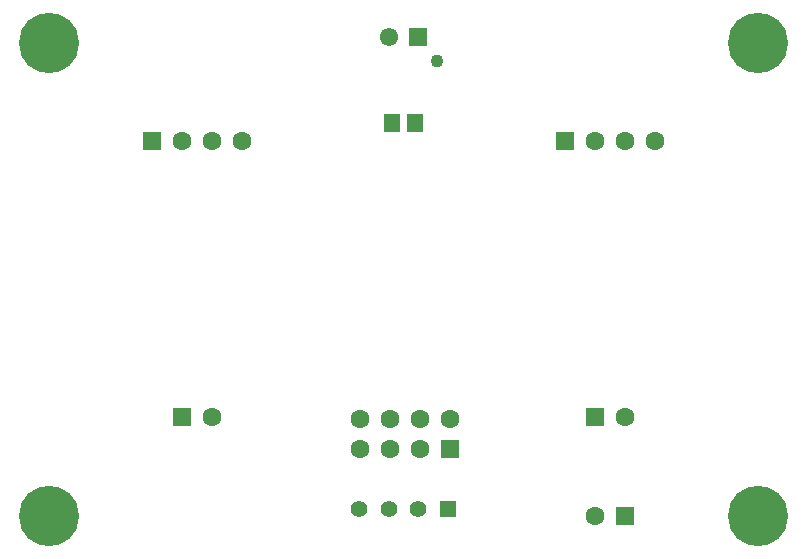
<source format=gts>
G04*
G04 #@! TF.GenerationSoftware,Altium Limited,Altium Designer,22.0.2 (36)*
G04*
G04 Layer_Color=8388736*
%FSLAX25Y25*%
%MOIN*%
G70*
G04*
G04 #@! TF.SameCoordinates,E55BE46B-2959-4BDD-9443-9F57D387D51D*
G04*
G04*
G04 #@! TF.FilePolarity,Negative*
G04*
G01*
G75*
%ADD13R,0.05518X0.06306*%
%ADD14C,0.20085*%
%ADD15C,0.06306*%
%ADD16R,0.06306X0.06306*%
%ADD17R,0.05512X0.05512*%
%ADD18C,0.05512*%
%ADD19C,0.04331*%
%ADD20C,0.06102*%
%ADD21R,0.06102X0.06102*%
D13*
X3740Y52000D02*
D03*
X-3740D02*
D03*
D14*
X118110Y78740D02*
D03*
Y-78740D02*
D03*
X-118110D02*
D03*
Y78740D02*
D03*
D15*
X83898Y46000D02*
D03*
X73898D02*
D03*
X63898D02*
D03*
X-53898D02*
D03*
X-63898D02*
D03*
X-73898D02*
D03*
X-14500Y-46500D02*
D03*
X-14500Y-56500D02*
D03*
X-4500Y-46500D02*
D03*
Y-56500D02*
D03*
X5500Y-46500D02*
D03*
Y-56500D02*
D03*
X15500Y-46500D02*
D03*
X63898Y-78740D02*
D03*
X73898Y-46000D02*
D03*
X-63898D02*
D03*
D16*
X53898Y46000D02*
D03*
X-83898D02*
D03*
X15500Y-56500D02*
D03*
X73898Y-78740D02*
D03*
X63898Y-46000D02*
D03*
X-73898D02*
D03*
D17*
X14764Y-76673D02*
D03*
D18*
X4921D02*
D03*
X-4921D02*
D03*
X-14764D02*
D03*
D19*
X11220Y72933D02*
D03*
D20*
X-4921Y80807D02*
D03*
D21*
X4921D02*
D03*
M02*

</source>
